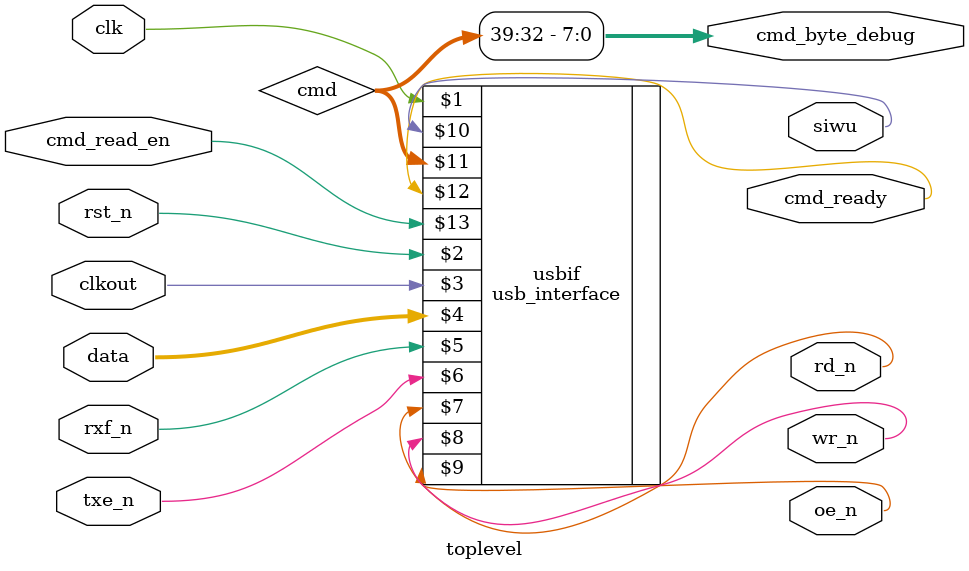
<source format=v>
`timescale 1ns / 1ps
`default_nettype none

module toplevel(
    input wire clk,
    input wire rst_n,
    
    // FT2232H signals
    input wire clkout,
    inout wire [7:0] data,
    input wire rxf_n,       // Signifies data is available from FTDI when low
    input wire txe_n,       // Signifies data can be written to FTDI when low
    output wire rd_n,       // Output data from FTDI when low
    output wire wr_n,       // Writes data to FTDI when low
    output wire oe_n,       // Output enable, should be low before driving rd_n low
    output wire siwu,       // Not used
    
    input wire cmd_read_en,
    output wire cmd_ready,
    output wire [7:0] cmd_byte_debug
);
    wire [39:0] cmd;
    assign cmd_byte_debug = cmd[39:32];
    
    usb_interface usbif(
        clk,
        rst_n,
    
    clkout,
        data,
        rxf_n,
        txe_n,
        rd_n,
        wr_n,
        oe_n,
        siwu,
        cmd,
        cmd_ready,
        cmd_read_en
    );
    
endmodule

`default_nettype wire
</source>
